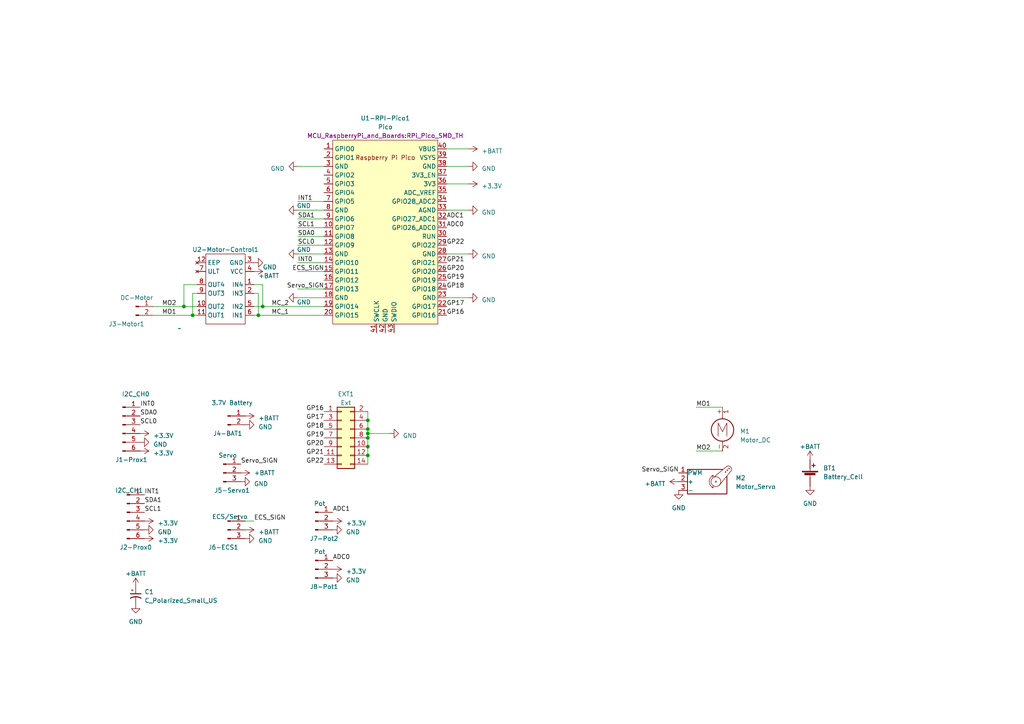
<source format=kicad_sch>
(kicad_sch (version 20230121) (generator eeschema)
  (paper "A4")
  (title_block (title "PicoRC") (date "2023-08-24") (rev "1.3") (company "Rune Langøy") (comment 1 "File repo https://github.com/rlangoy/RCPico"))
  (lib_symbols
    (symbol "Connector:Conn_01x02_Pin" (pin_names (offset 1.016) hide)
      (property "Reference" "J" (at 0 2.54 0))
      (property "Value" "Conn_01x02_Pin" (at 0 -5.08 0))
      (symbol "Conn_01x02_Pin_1_1"
        (polyline (pts (xy 1.27 -2.54) (xy 0.8636 -2.54)) (stroke (width 0.1524)))
        (polyline (pts (xy 1.27 0) (xy 0.8636 0)) (stroke (width 0.1524)))
        (rectangle (start 0.8636 -2.413) (end 0 -2.667) (stroke (width 0.1524)) (fill (type outline)))
        (rectangle (start 0.8636 0.127) (end 0 -0.127) (stroke (width 0.1524)) (fill (type outline)))
        (pin passive line (at 5.08 0 180) (length 3.81) (name "Pin_1") (number "1"))
        (pin passive line (at 5.08 -2.54 180) (length 3.81) (name "Pin_2") (number "2"))
      )
    )
    (symbol "Connector:Conn_01x03_Pin" (pin_names (offset 1.016) hide)
      (property "Reference" "J" (at 0 5.08 0))
      (property "Value" "Conn_01x03_Pin" (at 0 -5.08 0))
      (symbol "Conn_01x03_Pin_1_1"
        (polyline (pts (xy 1.27 -2.54) (xy 0.8636 -2.54)) (stroke (width 0.1524)))
        (polyline (pts (xy 1.27 0) (xy 0.8636 0)) (stroke (width 0.1524)))
        (polyline (pts (xy 1.27 2.54) (xy 0.8636 2.54)) (stroke (width 0.1524)))
        (rectangle (start 0.8636 -2.413) (end 0 -2.667) (stroke (width 0.1524)) (fill (type outline)))
        (rectangle (start 0.8636 0.127) (end 0 -0.127) (stroke (width 0.1524)) (fill (type outline)))
        (rectangle (start 0.8636 2.667) (end 0 2.413) (stroke (width 0.1524)) (fill (type outline)))
        (pin passive line (at 5.08 2.54 180) (length 3.81) (name "Pin_1") (number "1"))
        (pin passive line (at 5.08 0 180) (length 3.81) (name "Pin_2") (number "2"))
        (pin passive line (at 5.08 -2.54 180) (length 3.81) (name "Pin_3") (number "3"))
      )
    )
    (symbol "Connector:Conn_01x06_Pin" (pin_names (offset 1.016) hide)
      (property "Reference" "J" (at 0 7.62 0))
      (property "Value" "Conn_01x06_Pin" (at 0 -10.16 0))
      (symbol "Conn_01x06_Pin_1_1"
        (polyline (pts (xy 1.27 -7.62) (xy 0.8636 -7.62)) (stroke (width 0.1524)))
        (polyline (pts (xy 1.27 -5.08) (xy 0.8636 -5.08)) (stroke (width 0.1524)))
        (polyline (pts (xy 1.27 -2.54) (xy 0.8636 -2.54)) (stroke (width 0.1524)))
        (polyline (pts (xy 1.27 0) (xy 0.8636 0)) (stroke (width 0.1524)))
        (polyline (pts (xy 1.27 2.54) (xy 0.8636 2.54)) (stroke (width 0.1524)))
        (polyline (pts (xy 1.27 5.08) (xy 0.8636 5.08)) (stroke (width 0.1524)))
        (rectangle (start 0.8636 -7.493) (end 0 -7.747) (stroke (width 0.1524)) (fill (type outline)))
        (rectangle (start 0.8636 -4.953) (end 0 -5.207) (stroke (width 0.1524)) (fill (type outline)))
        (rectangle (start 0.8636 -2.413) (end 0 -2.667) (stroke (width 0.1524)) (fill (type outline)))
        (rectangle (start 0.8636 0.127) (end 0 -0.127) (stroke (width 0.1524)) (fill (type outline)))
        (rectangle (start 0.8636 2.667) (end 0 2.413) (stroke (width 0.1524)) (fill (type outline)))
        (rectangle (start 0.8636 5.207) (end 0 4.953) (stroke (width 0.1524)) (fill (type outline)))
        (pin passive line (at 5.08 5.08 180) (length 3.81) (name "Pin_1") (number "1"))
        (pin passive line (at 5.08 2.54 180) (length 3.81) (name "Pin_2") (number "2"))
        (pin passive line (at 5.08 0 180) (length 3.81) (name "Pin_3") (number "3"))
        (pin passive line (at 5.08 -2.54 180) (length 3.81) (name "Pin_4") (number "4"))
        (pin passive line (at 5.08 -5.08 180) (length 3.81) (name "Pin_5") (number "5"))
        (pin passive line (at 5.08 -7.62 180) (length 3.81) (name "Pin_6") (number "6"))
      )
    )
    (symbol "Connector_Generic:Conn_02x07_Odd_Even" (pin_names (offset 1.016) hide)
      (property "Reference" "J" (at 1.27 10.16 0))
      (property "Value" "Conn_02x07_Odd_Even" (at 1.27 -10.16 0))
      (symbol "Conn_02x07_Odd_Even_1_1"
        (rectangle (start -1.27 -7.493) (end 0 -7.747) (stroke (width 0.1524)))
        (rectangle (start -1.27 -4.953) (end 0 -5.207) (stroke (width 0.1524)))
        (rectangle (start -1.27 -2.413) (end 0 -2.667) (stroke (width 0.1524)))
        (rectangle (start -1.27 0.127) (end 0 -0.127) (stroke (width 0.1524)))
        (rectangle (start -1.27 2.667) (end 0 2.413) (stroke (width 0.1524)))
        (rectangle (start -1.27 5.207) (end 0 4.953) (stroke (width 0.1524)))
        (rectangle (start -1.27 7.747) (end 0 7.493) (stroke (width 0.1524)))
        (rectangle (start -1.27 8.89) (end 3.81 -8.89) (stroke (width 0.254)) (fill (type background)))
        (rectangle (start 3.81 -7.493) (end 2.54 -7.747) (stroke (width 0.1524)))
        (rectangle (start 3.81 -4.953) (end 2.54 -5.207) (stroke (width 0.1524)))
        (rectangle (start 3.81 -2.413) (end 2.54 -2.667) (stroke (width 0.1524)))
        (rectangle (start 3.81 0.127) (end 2.54 -0.127) (stroke (width 0.1524)))
        (rectangle (start 3.81 2.667) (end 2.54 2.413) (stroke (width 0.1524)))
        (rectangle (start 3.81 5.207) (end 2.54 4.953) (stroke (width 0.1524)))
        (rectangle (start 3.81 7.747) (end 2.54 7.493) (stroke (width 0.1524)))
        (pin passive line (at -5.08 7.62 0) (length 3.81) (name "Pin_1") (number "1"))
        (pin passive line (at 7.62 -2.54 180) (length 3.81) (name "Pin_10") (number "10"))
        (pin passive line (at -5.08 -5.08 0) (length 3.81) (name "Pin_11") (number "11"))
        (pin passive line (at 7.62 -5.08 180) (length 3.81) (name "Pin_12") (number "12"))
        (pin passive line (at -5.08 -7.62 0) (length 3.81) (name "Pin_13") (number "13"))
        (pin passive line (at 7.62 -7.62 180) (length 3.81) (name "Pin_14") (number "14"))
        (pin passive line (at 7.62 7.62 180) (length 3.81) (name "Pin_2") (number "2"))
        (pin passive line (at -5.08 5.08 0) (length 3.81) (name "Pin_3") (number "3"))
        (pin passive line (at 7.62 5.08 180) (length 3.81) (name "Pin_4") (number "4"))
        (pin passive line (at -5.08 2.54 0) (length 3.81) (name "Pin_5") (number "5"))
        (pin passive line (at 7.62 2.54 180) (length 3.81) (name "Pin_6") (number "6"))
        (pin passive line (at -5.08 0 0) (length 3.81) (name "Pin_7") (number "7"))
        (pin passive line (at 7.62 0 180) (length 3.81) (name "Pin_8") (number "8"))
        (pin passive line (at -5.08 -2.54 0) (length 3.81) (name "Pin_9") (number "9"))
      )
    )
    (symbol "DRV8833:DRV8833_Module"
      (property "Reference" "U" (at -19.05 0 0))
      (symbol "DRV8833_Module_0_1"
        (rectangle (start -19.05 -1.27) (end -7.62 -21.59))
      )
      (symbol "DRV8833_Module_1_1"
        (pin input line (at -21.59 -12.7 0) (length 2.54) (name "IN4") (number "1"))
        (pin output line (at -5.08 -6.35 180) (length 2.54) (name "OUT2") (number "10"))
        (pin output line (at -5.08 -3.81 180) (length 2.54) (name "OUT1") (number "11"))
        (pin no_connect line (at -5.08 -19.05 180) (length 2.54) (name "EEP") (number "12"))
        (pin input line (at -21.59 -10.16 0) (length 2.54) (name "IN3") (number "2"))
        (pin power_in line (at -21.59 -19.05 0) (length 2.54) (name "GND") (number "3"))
        (pin power_in line (at -21.59 -16.51 0) (length 2.54) (name "VCC") (number "4"))
        (pin input line (at -21.59 -6.35 0) (length 2.54) (name "IN2") (number "5"))
        (pin input line (at -21.59 -3.81 0) (length 2.54) (name "IN1") (number "6"))
        (pin no_connect line (at -5.08 -16.51 180) (length 2.54) (name "ULT") (number "7"))
        (pin output line (at -5.08 -12.7 180) (length 2.54) (name "OUT4") (number "8"))
        (pin output line (at -5.08 -10.16 180) (length 2.54) (name "OUT3") (number "9"))
      )
    )
    (symbol "Device:Battery_Cell" (pin_numbers hide) (pin_names (offset 0) hide)
      (property "Reference" "BT" (at 2.54 2.54 0))
      (property "Value" "Battery_Cell" (at 2.54 0 0))
      (symbol "Battery_Cell_0_1"
        (rectangle (start -2.286 1.778) (end 2.286 1.524) (fill (type outline)))
        (rectangle (start -1.5748 1.1938) (end 1.4732 0.6858) (fill (type outline)))
        (polyline (pts (xy 0 0.762) (xy 0 0)))
        (polyline (pts (xy 0 1.778) (xy 0 2.54)))
        (polyline (pts (xy 0.508 3.429) (xy 1.524 3.429)) (stroke (width 0.254)))
        (polyline (pts (xy 1.016 3.937) (xy 1.016 2.921)) (stroke (width 0.254)))
      )
      (symbol "Battery_Cell_1_1"
        (pin passive line (at 0 5.08 270) (length 2.54) (name "+") (number "1"))
        (pin passive line (at 0 -2.54 90) (length 2.54) (name "-") (number "2"))
      )
    )
    (symbol "Device:C_Polarized_Small_US" (pin_numbers hide) (pin_names (offset 0.254) hide)
      (property "Reference" "C" (at 0.254 1.778 0))
      (property "Value" "C_Polarized_Small_US" (at 0.254 -2.032 0))
      (symbol "C_Polarized_Small_US_0_1"
        (polyline (pts (xy -1.524 0.508) (xy 1.524 0.508)) (stroke (width 0.3048)))
        (polyline (pts (xy -1.27 1.524) (xy -0.762 1.524)))
        (polyline (pts (xy -1.016 1.27) (xy -1.016 1.778)))
        (arc (start 1.524 -0.762) (mid 0 -0.3734) (end -1.524 -0.762) (stroke (width 0.3048)))
      )
      (symbol "C_Polarized_Small_US_1_1"
        (pin passive line (at 0 2.54 270) (length 2.032) (name "~") (number "1"))
        (pin passive line (at 0 -2.54 90) (length 2.032) (name "~") (number "2"))
      )
    )
    (symbol "MCU_RaspberryPi_and_Boards:Pico"
      (property "Reference" "U" (at -13.97 27.94 0))
      (property "Value" "Pico" (at 0 19.05 0))
      (property "Footprint" "RPi_Pico:RPi_Pico_SMD_TH" (at 0 0 90))
      (symbol "Pico_0_0"
        (text "Raspberry Pi Pico" (at 0 21.59 0) (effects (font (size 1.27 1.27))))
      )
      (symbol "Pico_0_1"
        (rectangle (start -15.24 26.67) (end 15.24 -26.67) (fill (type background)))
      )
      (symbol "Pico_1_1"
        (pin bidirectional line (at -17.78 24.13 0) (length 2.54) (name "GPIO0") (number "1"))
        (pin bidirectional line (at -17.78 1.27 0) (length 2.54) (name "GPIO7") (number "10"))
        (pin bidirectional line (at -17.78 -1.27 0) (length 2.54) (name "GPIO8") (number "11"))
        (pin bidirectional line (at -17.78 -3.81 0) (length 2.54) (name "GPIO9") (number "12"))
        (pin power_in line (at -17.78 -6.35 0) (length 2.54) (name "GND") (number "13"))
        (pin bidirectional line (at -17.78 -8.89 0) (length 2.54) (name "GPIO10") (number "14"))
        (pin bidirectional line (at -17.78 -11.43 0) (length 2.54) (name "GPIO11") (number "15"))
        (pin bidirectional line (at -17.78 -13.97 0) (length 2.54) (name "GPIO12") (number "16"))
        (pin bidirectional line (at -17.78 -16.51 0) (length 2.54) (name "GPIO13") (number "17"))
        (pin power_in line (at -17.78 -19.05 0) (length 2.54) (name "GND") (number "18"))
        (pin bidirectional line (at -17.78 -21.59 0) (length 2.54) (name "GPIO14") (number "19"))
        (pin bidirectional line (at -17.78 21.59 0) (length 2.54) (name "GPIO1") (number "2"))
        (pin bidirectional line (at -17.78 -24.13 0) (length 2.54) (name "GPIO15") (number "20"))
        (pin bidirectional line (at 17.78 -24.13 180) (length 2.54) (name "GPIO16") (number "21"))
        (pin bidirectional line (at 17.78 -21.59 180) (length 2.54) (name "GPIO17") (number "22"))
        (pin power_in line (at 17.78 -19.05 180) (length 2.54) (name "GND") (number "23"))
        (pin bidirectional line (at 17.78 -16.51 180) (length 2.54) (name "GPIO18") (number "24"))
        (pin bidirectional line (at 17.78 -13.97 180) (length 2.54) (name "GPIO19") (number "25"))
        (pin bidirectional line (at 17.78 -11.43 180) (length 2.54) (name "GPIO20") (number "26"))
        (pin bidirectional line (at 17.78 -8.89 180) (length 2.54) (name "GPIO21") (number "27"))
        (pin power_in line (at 17.78 -6.35 180) (length 2.54) (name "GND") (number "28"))
        (pin bidirectional line (at 17.78 -3.81 180) (length 2.54) (name "GPIO22") (number "29"))
        (pin power_in line (at -17.78 19.05 0) (length 2.54) (name "GND") (number "3"))
        (pin input line (at 17.78 -1.27 180) (length 2.54) (name "RUN") (number "30"))
        (pin bidirectional line (at 17.78 1.27 180) (length 2.54) (name "GPIO26_ADC0") (number "31"))
        (pin bidirectional line (at 17.78 3.81 180) (length 2.54) (name "GPIO27_ADC1") (number "32"))
        (pin power_in line (at 17.78 6.35 180) (length 2.54) (name "AGND") (number "33"))
        (pin bidirectional line (at 17.78 8.89 180) (length 2.54) (name "GPIO28_ADC2") (number "34"))
        (pin power_in line (at 17.78 11.43 180) (length 2.54) (name "ADC_VREF") (number "35"))
        (pin power_in line (at 17.78 13.97 180) (length 2.54) (name "3V3") (number "36"))
        (pin input line (at 17.78 16.51 180) (length 2.54) (name "3V3_EN") (number "37"))
        (pin bidirectional line (at 17.78 19.05 180) (length 2.54) (name "GND") (number "38"))
        (pin power_in line (at 17.78 21.59 180) (length 2.54) (name "VSYS") (number "39"))
        (pin bidirectional line (at -17.78 16.51 0) (length 2.54) (name "GPIO2") (number "4"))
        (pin power_in line (at 17.78 24.13 180) (length 2.54) (name "VBUS") (number "40"))
        (pin input line (at -2.54 -29.21 90) (length 2.54) (name "SWCLK") (number "41"))
        (pin power_in line (at 0 -29.21 90) (length 2.54) (name "GND") (number "42"))
        (pin bidirectional line (at 2.54 -29.21 90) (length 2.54) (name "SWDIO") (number "43"))
        (pin bidirectional line (at -17.78 13.97 0) (length 2.54) (name "GPIO3") (number "5"))
        (pin bidirectional line (at -17.78 11.43 0) (length 2.54) (name "GPIO4") (number "6"))
        (pin bidirectional line (at -17.78 8.89 0) (length 2.54) (name "GPIO5") (number "7"))
        (pin power_in line (at -17.78 6.35 0) (length 2.54) (name "GND") (number "8"))
        (pin bidirectional line (at -17.78 3.81 0) (length 2.54) (name "GPIO6") (number "9"))
      )
    )
    (symbol "Motor:Motor_DC" (pin_names (offset 0))
      (property "Reference" "M" (at 2.54 2.54 0))
      (property "Value" "Motor_DC" (at 2.54 -5.08 0))
      (symbol "Motor_DC_0_0"
        (polyline (pts (xy -1.27 -3.302) (xy -1.27 0.508) (xy 0 -2.032) (xy 1.27 0.508) (xy 1.27 -3.302)))
      )
      (symbol "Motor_DC_0_1"
        (circle (center 0 -1.524) (radius 3.2512) (stroke (width 0.254)))
        (polyline (pts (xy 0 -7.62) (xy 0 -7.112)))
        (polyline (pts (xy 0 -4.7752) (xy 0 -5.1816)))
        (polyline (pts (xy 0 1.7272) (xy 0 2.0828)))
        (polyline (pts (xy 0 2.032) (xy 0 2.54)))
      )
      (symbol "Motor_DC_1_1"
        (pin passive line (at 0 5.08 270) (length 2.54) (name "+") (number "1"))
        (pin passive line (at 0 -7.62 90) (length 2.54) (name "-") (number "2"))
      )
    )
    (symbol "Motor:Motor_Servo" (pin_names (offset 0.0254))
      (property "Reference" "M" (at -5.08 4.445 0))
      (property "Value" "Motor_Servo" (at -5.08 -4.064 0))
      (symbol "Motor_Servo_0_1"
        (polyline (pts (xy 2.413 -1.778) (xy 2.032 -1.778)))
        (polyline (pts (xy 2.413 -1.778) (xy 2.286 -1.397)))
        (polyline (pts (xy 2.413 1.778) (xy 1.905 1.778)))
        (polyline (pts (xy 2.413 1.778) (xy 2.286 1.397)))
        (polyline (pts (xy 6.35 4.445) (xy 2.54 1.27)))
        (polyline (pts (xy 7.62 3.175) (xy 4.191 -1.016)))
        (polyline (pts (xy 5.08 3.556) (xy -5.08 3.556) (xy -5.08 -3.556) (xy 6.35 -3.556) (xy 6.35 1.524)) (stroke (width 0.254)))
        (arc (start 2.413 1.778) (mid 1.2406 0) (end 2.413 -1.778))
        (circle (center 3.175 0) (radius 0.1778))
        (circle (center 3.175 0) (radius 1.4224))
        (circle (center 5.969 2.794) (radius 0.127))
        (circle (center 6.477 3.302) (radius 0.127))
        (circle (center 6.985 3.81) (radius 0.127))
        (arc (start 7.62 3.175) (mid 7.4485 4.2735) (end 6.35 4.445))
      )
      (symbol "Motor_Servo_1_1"
        (pin passive line (at -7.62 2.54 0) (length 2.54) (name "PWM") (number "1"))
        (pin passive line (at -7.62 0 0) (length 2.54) (name "+") (number "2"))
        (pin passive line (at -7.62 -2.54 0) (length 2.54) (name "-") (number "3"))
      )
    )
    (symbol "power:+3.3V" (power) (pin_names (offset 0))
      (property "Value" "+3.3V" (at 0 3.556 0))
      (symbol "+3.3V_0_1"
        (polyline (pts (xy -0.762 1.27) (xy 0 2.54)))
        (polyline (pts (xy 0 0) (xy 0 2.54)))
        (polyline (pts (xy 0 2.54) (xy 0.762 1.27)))
      )
      (symbol "+3.3V_1_1"
        (pin power_in line (at 0 0 90) (length 0) hide (name "+3.3V") (number "1"))
      )
    )
    (symbol "power:+BATT" (power) (pin_names (offset 0))
      (property "Value" "+BATT" (at 0 3.556 0))
      (symbol "+BATT_0_1"
        (polyline (pts (xy -0.762 1.27) (xy 0 2.54)))
        (polyline (pts (xy 0 0) (xy 0 2.54)))
        (polyline (pts (xy 0 2.54) (xy 0.762 1.27)))
      )
      (symbol "+BATT_1_1"
        (pin power_in line (at 0 0 90) (length 0) hide (name "+BATT") (number "1"))
      )
    )
    (symbol "power:GND" (power) (pin_names (offset 0))
      (property "Value" "GND" (at 0 -3.81 0))
      (symbol "GND_0_1"
        (polyline (pts (xy 0 0) (xy 0 -1.27) (xy 1.27 -1.27) (xy 0 -2.54) (xy -1.27 -1.27) (xy 0 -1.27)))
      )
      (symbol "GND_1_1"
        (pin power_in line (at 0 0 270) (length 0) hide (name "GND") (number "1"))
      )
    )
  )
  (junction (at 106.68 124.46))
  (junction (at 74.93 91.44))
  (junction (at 53.34 88.9))
  (junction (at 106.68 121.92))
  (junction (at 55.88 91.44))
  (junction (at 76.2 88.9))
  (junction (at 106.68 125.73))
  (junction (at 106.68 127))
  (junction (at 106.68 132.08))
  (junction (at 106.68 129.54))
  (wire (pts (xy 73.66 88.9) (xy 76.2 88.9)))
  (wire (pts (xy 86.36 83.82) (xy 93.98 83.82)))
  (wire (pts (xy 201.93 130.81) (xy 209.55 130.81)))
  (wire (pts (xy 106.68 127) (xy 106.68 129.54)))
  (wire (pts (xy 53.34 82.55) (xy 53.34 88.9)))
  (wire (pts (xy 73.66 91.44) (xy 74.93 91.44)))
  (wire (pts (xy 86.36 66.04) (xy 93.98 66.04)))
  (wire (pts (xy 129.54 86.36) (xy 135.89 86.36)))
  (wire (pts (xy 129.54 53.34) (xy 135.89 53.34)))
  (wire (pts (xy 106.68 121.92) (xy 106.68 124.46)))
  (wire (pts (xy 129.54 60.96) (xy 135.89 60.96)))
  (wire (pts (xy 73.66 82.55) (xy 76.2 82.55)))
  (wire (pts (xy 129.54 73.66) (xy 135.89 73.66)))
  (wire (pts (xy 129.54 43.18) (xy 135.89 43.18)))
  (wire (pts (xy 86.36 86.36) (xy 93.98 86.36)))
  (wire (pts (xy 57.15 88.9) (xy 53.34 88.9)))
  (wire (pts (xy 76.2 82.55) (xy 76.2 88.9)))
  (wire (pts (xy 55.88 85.09) (xy 55.88 91.44)))
  (wire (pts (xy 106.68 132.08) (xy 106.68 134.62)))
  (wire (pts (xy 86.36 68.58) (xy 93.98 68.58)))
  (wire (pts (xy 74.93 91.44) (xy 93.98 91.44)))
  (wire (pts (xy 106.68 119.38) (xy 106.68 121.92)))
  (wire (pts (xy 44.45 91.44) (xy 55.88 91.44)))
  (wire (pts (xy 71.12 151.13) (xy 73.66 151.13)))
  (wire (pts (xy 76.2 88.9) (xy 93.98 88.9)))
  (wire (pts (xy 201.93 118.11) (xy 209.55 118.11)))
  (wire (pts (xy 129.54 48.26) (xy 135.89 48.26)))
  (wire (pts (xy 106.68 125.73) (xy 106.68 127)))
  (wire (pts (xy 57.15 91.44) (xy 55.88 91.44)))
  (wire (pts (xy 106.68 129.54) (xy 106.68 132.08)))
  (wire (pts (xy 86.36 76.2) (xy 93.98 76.2)))
  (wire (pts (xy 57.15 85.09) (xy 55.88 85.09)))
  (wire (pts (xy 74.93 85.09) (xy 74.93 91.44)))
  (wire (pts (xy 86.36 63.5) (xy 93.98 63.5)))
  (wire (pts (xy 53.34 88.9) (xy 44.45 88.9)))
  (wire (pts (xy 73.66 85.09) (xy 74.93 85.09)))
  (wire (pts (xy 86.36 71.12) (xy 93.98 71.12)))
  (wire (pts (xy 86.36 78.74) (xy 93.98 78.74)))
  (wire (pts (xy 86.36 58.42) (xy 93.98 58.42)))
  (wire (pts (xy 86.36 73.66) (xy 93.98 73.66)))
  (wire (pts (xy 86.36 48.26) (xy 93.98 48.26)))
  (wire (pts (xy 106.68 124.46) (xy 106.68 125.73)))
  (wire (pts (xy 86.36 60.96) (xy 93.98 60.96)))
  (wire (pts (xy 106.68 125.73) (xy 113.03 125.73)))
  (wire (pts (xy 57.15 82.55) (xy 53.34 82.55)))
  (label "GP17" (at 129.54 88.9 0))
  (label "GP19" (at 129.54 81.28 0))
  (label "SDA0" (at 86.36 68.58 0))
  (label "GP18" (at 93.98 124.46 180))
  (label "Servo_SIGN" (at 196.85 137.16 180))
  (label "GP16" (at 129.54 91.44 0))
  (label "MO1" (at 46.99 91.44 0))
  (label "Servo_SIGN" (at 93.98 83.82 180))
  (label "GP21" (at 93.98 132.08 180))
  (label "GP20" (at 93.98 129.54 180))
  (label "INT0" (at 86.36 76.2 0))
  (label "MO2" (at 201.93 130.81 0))
  (label "SCL1" (at 41.91 148.59 0))
  (label "INT0" (at 40.64 118.11 0))
  (label "SDA0" (at 40.64 120.65 0))
  (label "ECS_SIGN" (at 93.98 78.74 180))
  (label "GP20" (at 129.54 78.74 0))
  (label "SCL0" (at 86.36 71.12 0))
  (label "MO2" (at 46.99 88.9 0))
  (label "GP22" (at 93.98 134.62 180))
  (label "GP19" (at 93.98 127 180))
  (label "GP21" (at 129.54 76.2 0))
  (label "MO1" (at 201.93 118.11 0))
  (label "ECS_SIGN" (at 73.66 151.13 0))
  (label "INT1" (at 86.36 58.42 0))
  (label "INT1" (at 41.91 143.51 0))
  (label "ADC0" (at 96.52 162.56 0))
  (label "GP17" (at 93.98 121.92 180))
  (label "ADC1" (at 96.52 148.59 0))
  (label "GP22" (at 129.54 71.12 0))
  (label "GP18" (at 129.54 83.82 0))
  (label "SDA1" (at 86.36 63.5 0))
  (label "MC_2" (at 78.74 88.9 0))
  (label "ADC0" (at 129.54 66.04 0))
  (label "Servo_SIGN" (at 69.85 134.62 0))
  (label "SCL1" (at 86.36 66.04 0))
  (label "SDA1" (at 41.91 146.05 0))
  (label "ADC1" (at 129.54 63.5 0))
  (label "SCL0" (at 40.64 123.19 0))
  (label "MC_1" (at 78.74 91.44 0))
  (label "GP16" (at 93.98 119.38 180))
  (symbol (lib_id "power:+3.3V") (at 40.64 130.81 270) (unit 1)
    (property "Reference" "#PWR05" (effects hide))
    (property "Value" "+3.3V" (at 44.45 131.445 90) (effects (justify left)))
  )
  (symbol (lib_id "power:+3.3V") (at 41.91 156.21 270) (unit 1)
    (property "Reference" "#PWR03" (effects hide))
    (property "Value" "+3.3V" (at 45.72 156.845 90) (effects (justify left)))
  )
  (symbol (lib_id "Motor:Motor_Servo") (at 204.47 139.7 0) (unit 1)
    (property "Reference" "M2" (at 213.36 138.6316 0) (effects (justify left)))
    (property "Value" "Motor_Servo" (at 213.36 141.1716 0) (effects (justify left)))
    (property "Datasheet" "http://forums.parallax.com/uploads/attachments/46831/74481.png" (effects hide))
  )
  (symbol (lib_id "Device:Battery_Cell") (at 234.95 138.43 0) (unit 1)
    (property "Reference" "BT1" (at 238.76 135.763 0) (effects (justify left)))
    (property "Value" "Battery_Cell" (at 238.76 138.303 0) (effects (justify left)))
  )
  (symbol (lib_id "Connector_Generic:Conn_02x07_Odd_Even") (at 99.06 127 0) (unit 1)
    (property "Reference" "EXT1" (at 100.33 114.3 0))
    (property "Value" "Ext" (at 100.33 116.84 0))
    (property "Footprint" "Connector_PinHeader_2.54mm:PinHeader_2x07_P2.54mm_Vertical" (effects hide))
  )
  (symbol (lib_id "power:+BATT") (at 234.95 133.35 0) (unit 1)
    (property "Reference" "#PWR030" (effects hide))
    (property "Value" "+BATT" (at 234.95 129.54 0))
  )
  (symbol (lib_id "power:GND") (at 71.12 123.19 90) (unit 1)
    (property "Reference" "#PWR017" (effects hide))
    (property "Value" "GND" (at 74.93 123.825 90) (effects (justify right)))
    (property "Footprint" "Connector_PinHeader_2.54mm:PinHeader_1x02_P2.54mm_Vertical" (effects hide))
  )
  (symbol (lib_id "MCU_RaspberryPi_and_Boards:Pico") (at 111.76 67.31 0) (unit 1)
    (property "Reference" "U1-RPI-Pico1" (at 111.76 34.29 0))
    (property "Value" "Pico" (at 111.76 36.83 0))
    (property "Footprint" "MCU_RaspberryPi_and_Boards:RPi_Pico_SMD_TH" (at 111.76 39.37 0))
  )
  (symbol (lib_id "power:+3.3V") (at 96.52 165.1 270) (unit 1)
    (property "Reference" "#PWR020" (effects hide))
    (property "Value" "+3.3V" (at 100.33 165.735 90) (effects (justify left)))
  )
  (symbol (lib_id "power:GND") (at 69.85 139.7 90) (unit 1)
    (property "Reference" "#PWR023" (effects hide))
    (property "Value" "GND" (at 73.66 140.335 90) (effects (justify right)))
  )
  (symbol (lib_id "power:+BATT") (at 71.12 120.65 270) (unit 1)
    (property "Reference" "#PWR016" (effects hide))
    (property "Value" "+BATT" (at 74.93 121.285 90) (effects (justify left)))
  )
  (symbol (lib_id "Connector:Conn_01x06_Pin") (at 36.83 148.59 0) (unit 1)
    (property "Reference" "J2-Prox0" (at 39.37 158.75 0))
    (property "Value" "I2C_CH1" (at 37.465 142.24 0))
    (property "Footprint" "ADPS9960:SIP-6" (effects hide))
  )
  (symbol (lib_id "power:+BATT") (at 69.85 137.16 270) (unit 1)
    (property "Reference" "#PWR022" (effects hide))
    (property "Value" "+BATT" (at 73.66 137.16 90) (effects (justify left)))
  )
  (symbol (lib_id "power:+3.3V") (at 41.91 151.13 270) (unit 1)
    (property "Reference" "#PWR02" (effects hide))
    (property "Value" "+3.3V" (at 45.72 151.765 90) (effects (justify left)))
  )
  (symbol (lib_id "power:+BATT") (at 196.85 139.7 90) (unit 1)
    (property "Reference" "#PWR031" (effects hide))
    (property "Value" "+BATT" (at 193.04 140.335 90) (effects (justify left)))
  )
  (symbol (lib_id "power:+BATT") (at 71.12 153.67 270) (unit 1)
    (property "Reference" "#PWR033" (effects hide))
    (property "Value" "+BATT" (at 74.93 154.305 90) (effects (justify left)))
  )
  (symbol (lib_id "power:GND") (at 86.36 86.36 270) (unit 1)
    (property "Reference" "#PWR012" (effects hide))
    (property "Value" "GND" (at 90.17 87.63 90) (effects (justify right)))
  )
  (symbol (lib_id "Connector:Conn_01x03_Pin") (at 64.77 137.16 0) (unit 1)
    (property "Reference" "J5-Servo1" (at 67.31 142.24 0))
    (property "Value" "Servo" (at 66.04 132.08 0))
    (property "Footprint" "Connector_PinHeader_2.54mm:PinHeader_1x03_P2.54mm_Vertical" (effects hide))
  )
  (symbol (lib_id "power:+BATT") (at 135.89 43.18 270) (unit 1)
    (property "Reference" "#PWR08" (effects hide))
    (property "Value" "+BATT" (at 139.7 43.815 90) (effects (justify left)))
  )
  (symbol (lib_id "power:GND") (at 196.85 142.24 0) (unit 1)
    (property "Reference" "#PWR028" (effects hide))
    (property "Value" "GND" (at 196.85 147.32 0))
  )
  (symbol (lib_id "power:+BATT") (at 73.66 78.74 270) (unit 1)
    (property "Reference" "#PWR019" (effects hide))
    (property "Value" "+BATT" (at 74.93 80.01 90) (effects (justify left)))
  )
  (symbol (lib_id "power:GND") (at 135.89 60.96 90) (unit 1)
    (property "Reference" "#PWR035" (effects hide))
    (property "Value" "GND" (at 139.7 61.595 90) (effects (justify right)))
  )
  (symbol (lib_id "power:GND") (at 86.36 60.96 270) (unit 1)
    (property "Reference" "#PWR010" (effects hide))
    (property "Value" "GND" (at 90.17 59.69 90) (effects (justify right)))
  )
  (symbol (lib_id "power:GND") (at 41.91 153.67 90) (unit 1)
    (property "Reference" "#PWR01" (effects hide))
    (property "Value" "GND" (at 45.72 154.305 90) (effects (justify right)))
  )
  (symbol (lib_id "Connector:Conn_01x02_Pin") (at 39.37 88.9 0) (unit 1)
    (property "Reference" "J3-Motor1" (at 41.91 93.98 0) (effects (justify right)))
    (property "Value" "DC-Motor" (at 44.45 86.36 0) (effects (justify right)))
    (property "Footprint" "Connector_PinHeader_2.54mm:PinHeader_1x02_P2.54mm_Vertical" (effects hide))
  )
  (symbol (lib_id "power:+3.3V") (at 96.52 151.13 270) (unit 1)
    (property "Reference" "#PWR024" (effects hide))
    (property "Value" "+3.3V" (at 100.33 151.765 90) (effects (justify left)))
  )
  (symbol (lib_id "Connector:Conn_01x03_Pin") (at 91.44 165.1 0) (unit 1)
    (property "Reference" "J8-Pot1" (at 93.98 170.18 0))
    (property "Value" "Pot" (at 92.71 160.02 0))
    (property "Footprint" "Connector_PinSocket_2.54mm:PinSocket_1x03_P2.54mm_Vertical" (effects hide))
  )
  (symbol (lib_id "power:GND") (at 39.37 175.26 0) (unit 1)
    (property "Reference" "#PWR032" (effects hide))
    (property "Value" "GND" (at 39.37 180.34 0))
  )
  (symbol (lib_id "Device:C_Polarized_Small_US") (at 39.37 172.72 0) (unit 1)
    (property "Reference" "C1" (at 41.91 171.6532 0) (effects (justify left)))
    (property "Value" "C_Polarized_Small_US" (at 41.91 174.1932 0) (effects (justify left)))
    (property "Footprint" "Capacitor_THT:CP_Radial_D5.0mm_P2.50mm" (effects hide))
  )
  (symbol (lib_id "power:GND") (at 71.12 156.21 90) (unit 1)
    (property "Reference" "#PWR034" (effects hide))
    (property "Value" "GND" (at 74.93 156.845 90) (effects (justify right)))
  )
  (symbol (lib_id "Connector:Conn_01x02_Pin") (at 66.04 120.65 0) (unit 1)
    (property "Reference" "J4-BAT1" (at 66.04 125.73 0))
    (property "Value" "3.7V Battery" (at 67.31 116.84 0))
    (property "Footprint" "Connector_PinHeader_2.54mm:PinHeader_1x02_P2.54mm_Vertical" (effects hide))
  )
  (symbol (lib_id "power:GND") (at 73.66 76.2 90) (unit 1)
    (property "Reference" "#PWR018" (effects hide))
    (property "Value" "GND" (at 76.2 77.47 90) (effects (justify right)))
  )
  (symbol (lib_id "power:GND") (at 96.52 167.64 90) (unit 1)
    (property "Reference" "#PWR021" (effects hide))
    (property "Value" "GND" (at 100.33 168.275 90) (effects (justify right)))
  )
  (symbol (lib_id "Motor:Motor_DC") (at 209.55 123.19 0) (unit 1)
    (property "Reference" "M1" (at 214.63 125.095 0) (effects (justify left)))
    (property "Value" "Motor_DC" (at 214.63 127.635 0) (effects (justify left)))
  )
  (symbol (lib_id "power:+3.3V") (at 135.89 53.34 270) (unit 1)
    (property "Reference" "#PWR07" (effects hide))
    (property "Value" "+3.3V" (at 139.7 53.975 90) (effects (justify left)))
  )
  (symbol (lib_id "power:GND") (at 96.52 153.67 90) (unit 1)
    (property "Reference" "#PWR025" (effects hide))
    (property "Value" "GND" (at 100.33 154.305 90) (effects (justify right)))
  )
  (symbol (lib_id "power:GND") (at 113.03 125.73 90) (unit 1)
    (property "Reference" "#PWR026" (effects hide))
    (property "Value" "GND" (at 116.84 126.365 90) (effects (justify right)))
  )
  (symbol (lib_id "power:GND") (at 86.36 73.66 270) (unit 1)
    (property "Reference" "#PWR011" (effects hide))
    (property "Value" "GND" (at 90.17 72.39 90) (effects (justify right)))
  )
  (symbol (lib_id "power:GND") (at 135.89 86.36 90) (unit 1)
    (property "Reference" "#PWR015" (effects hide))
    (property "Value" "GND" (at 139.7 86.995 90) (effects (justify right)))
  )
  (symbol (lib_id "Connector:Conn_01x03_Pin") (at 91.44 151.13 0) (unit 1)
    (property "Reference" "J7-Pot2" (at 93.98 156.21 0))
    (property "Value" "Pot" (at 92.71 146.05 0))
    (property "Footprint" "Connector_PinSocket_2.54mm:PinSocket_1x03_P2.54mm_Vertical" (effects hide))
  )
  (symbol (lib_id "Connector:Conn_01x03_Pin") (at 66.04 153.67 0) (unit 1)
    (property "Reference" "J6-ECS1" (at 64.77 158.75 0))
    (property "Value" "ECS/Servo" (at 66.675 149.86 0))
    (property "Footprint" "Connector_PinHeader_2.54mm:PinHeader_1x03_P2.54mm_Vertical" (effects hide))
  )
  (symbol (lib_id "DRV8833:DRV8833_Module") (at 52.07 95.25 180) (unit 1)
    (property "Reference" "U2-Motor-Control1" (at 65.405 72.39 0))
    (property "Value" "~" (at 52.07 95.25 0))
    (property "Footprint" "DRV8233_Module:DIP-12_600_ELL" (effects hide))
    (property "Datasheet" "https://www.aliexpress.com/item/1005004267220317.html?&_t=pvid:15a687af-60e6-47ef-9400-0a0471d70625&afTraceInfo=1005004267220317__pc__pcBridgePPC__xxxxxx__1687339457&spm=a2g0o.ppclist.product.mainProduct" (effects hide))
  )
  (symbol (lib_id "power:GND") (at 135.89 73.66 90) (unit 1)
    (property "Reference" "#PWR014" (effects hide))
    (property "Value" "GND" (at 139.7 74.295 90) (effects (justify right)))
  )
  (symbol (lib_id "power:GND") (at 40.64 128.27 90) (unit 1)
    (property "Reference" "#PWR06" (effects hide))
    (property "Value" "GND" (at 44.45 128.905 90) (effects (justify right)))
  )
  (symbol (lib_id "power:GND") (at 135.89 48.26 90) (unit 1)
    (property "Reference" "#PWR013" (effects hide))
    (property "Value" "GND" (at 139.7 48.895 90) (effects (justify right)))
  )
  (symbol (lib_id "power:+BATT") (at 39.37 170.18 0) (unit 1)
    (property "Reference" "#PWR029" (effects hide))
    (property "Value" "+BATT" (at 39.37 166.37 0))
  )
  (symbol (lib_id "power:+3.3V") (at 40.64 125.73 270) (unit 1)
    (property "Reference" "#PWR04" (effects hide))
    (property "Value" "+3.3V" (at 44.45 126.365 90) (effects (justify left)))
  )
  (symbol (lib_id "Connector:Conn_01x06_Pin") (at 35.56 123.19 0) (unit 1)
    (property "Reference" "J1-Prox1" (at 38.1 133.35 0))
    (property "Value" "I2C_CH0" (at 39.37 114.3 0))
    (property "Footprint" "ADPS9960:SIP-6" (effects hide))
  )
  (symbol (lib_id "power:GND") (at 86.36 48.26 270) (unit 1)
    (property "Reference" "#PWR09" (effects hide))
    (property "Value" "GND" (at 82.55 48.895 90) (effects (justify right)))
  )
  (symbol (lib_id "power:GND") (at 234.95 140.97 0) (unit 1)
    (property "Reference" "#PWR027" (effects hide))
    (property "Value" "GND" (at 234.95 146.05 0))
  )
)
</source>
